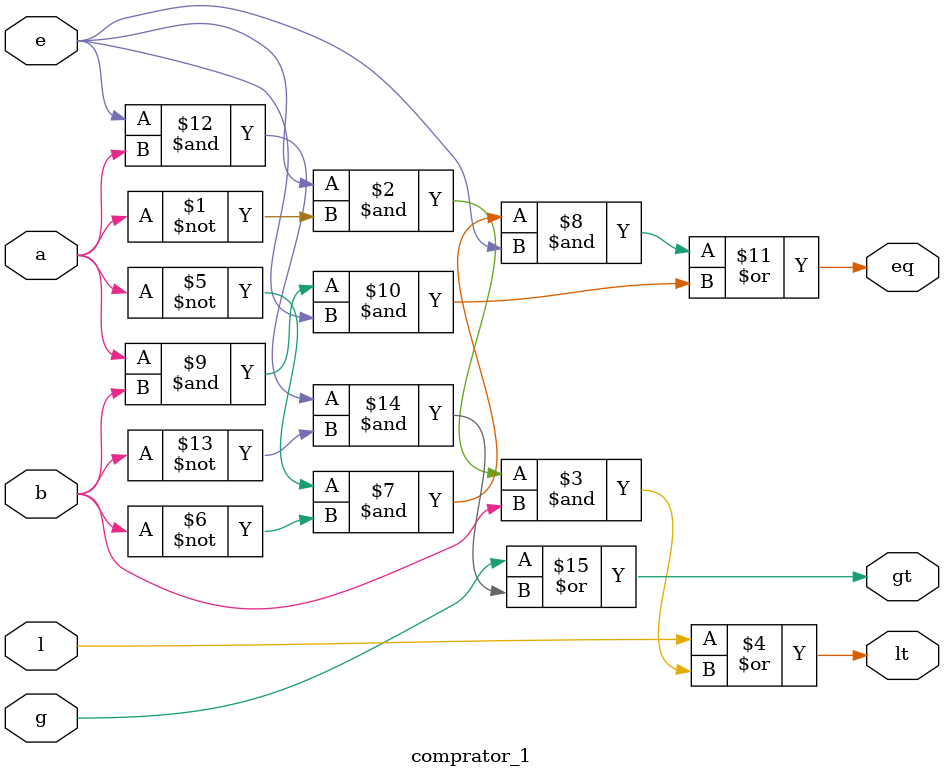
<source format=v>
module comprator_1 (input a , b , l , g , e , output lt , eq , gt);

    assign lt = l | (e & ~a & b);
    assign eq = (~a & ~b & e) | (a & b & e);
    assign gt = g | (e & a & ~b);

endmodule
</source>
